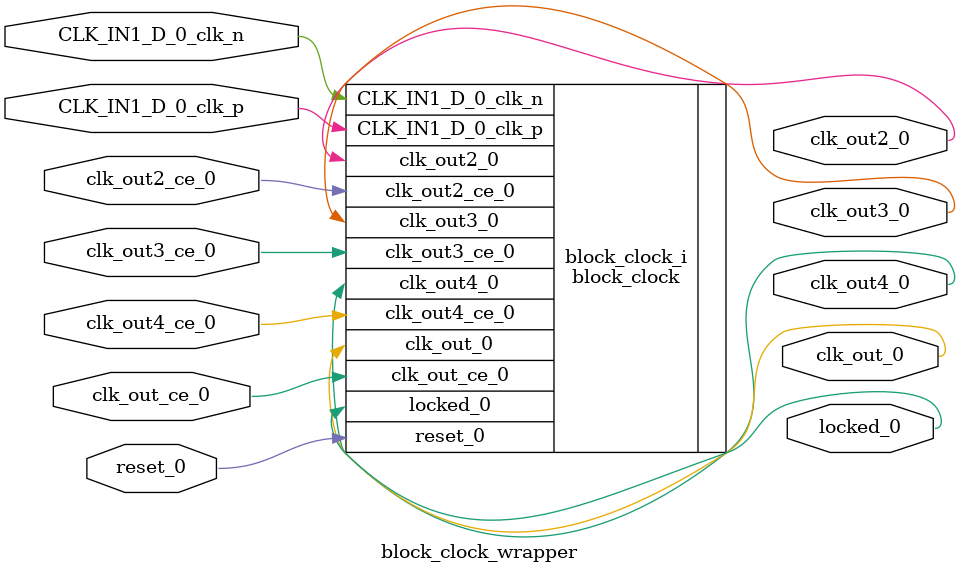
<source format=v>
`timescale 1 ps / 1 ps

module block_clock_wrapper
   (CLK_IN1_D_0_clk_n,
    CLK_IN1_D_0_clk_p,
    clk_out2_0,
    clk_out2_ce_0,
    clk_out3_0,
    clk_out3_ce_0,
    clk_out4_0,
    clk_out4_ce_0,
    clk_out_0,
    clk_out_ce_0,
    locked_0,
    reset_0);
  input CLK_IN1_D_0_clk_n;
  input CLK_IN1_D_0_clk_p;
  output clk_out2_0;
  input clk_out2_ce_0;
  output clk_out3_0;
  input clk_out3_ce_0;
  output clk_out4_0;
  input clk_out4_ce_0;
  output clk_out_0;
  input clk_out_ce_0;
  output locked_0;
  input reset_0;

  wire CLK_IN1_D_0_clk_n;
  wire CLK_IN1_D_0_clk_p;
  wire clk_out2_0;
  wire clk_out2_ce_0;
  wire clk_out3_0;
  wire clk_out3_ce_0;
  wire clk_out4_0;
  wire clk_out4_ce_0;
  wire clk_out_0;
  wire clk_out_ce_0;
  wire locked_0;
  wire reset_0;

  block_clock block_clock_i
       (.CLK_IN1_D_0_clk_n(CLK_IN1_D_0_clk_n),
        .CLK_IN1_D_0_clk_p(CLK_IN1_D_0_clk_p),
        .clk_out2_0(clk_out2_0),
        .clk_out2_ce_0(clk_out2_ce_0),
        .clk_out3_0(clk_out3_0),
        .clk_out3_ce_0(clk_out3_ce_0),
        .clk_out4_0(clk_out4_0),
        .clk_out4_ce_0(clk_out4_ce_0),
        .clk_out_0(clk_out_0),
        .clk_out_ce_0(clk_out_ce_0),
        .locked_0(locked_0),
        .reset_0(reset_0));
endmodule

</source>
